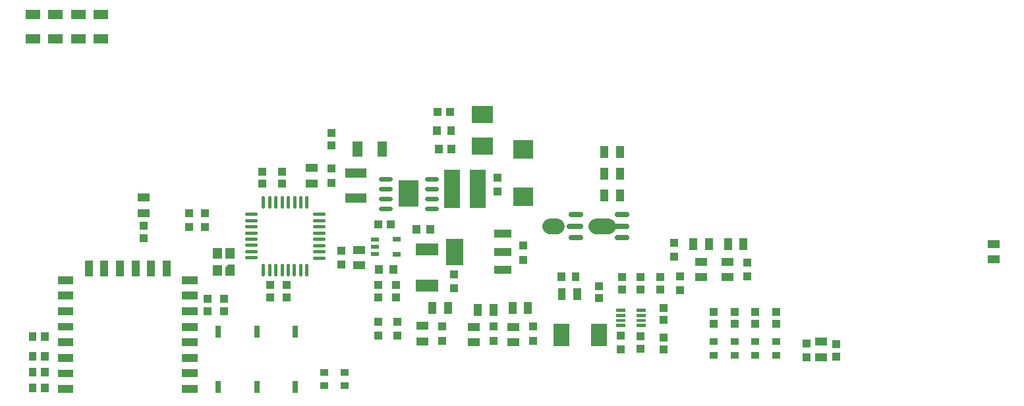
<source format=gtp>
G04 Layer: TopPasteMaskLayer*
G04 EasyEDA v6.4.20.6, 2021-08-20T18:50:31+10:00*
G04 da2b955f28294749bdafdb94d24a6b32,8629367194b24dd88a5c18b2f13758b0,10*
G04 Gerber Generator version 0.2*
G04 Scale: 100 percent, Rotated: No, Reflected: No *
G04 Dimensions in millimeters *
G04 leading zeros omitted , absolute positions ,4 integer and 5 decimal *
%FSLAX45Y45*%
%MOMM*%

%ADD17C,0.7000*%
%ADD18C,0.6000*%
%ADD19C,2.0000*%
%ADD20C,0.4500*%
%ADD22R,2.5600X3.4501*%
%ADD23R,1.0000X1.1000*%
%ADD24R,1.1000X1.0000*%
%ADD25R,1.0000X0.8999*%
%ADD26R,2.7000X1.2000*%
%ADD28R,1.0000X1.5500*%
%ADD29R,1.5500X1.0000*%
%ADD30R,3.0000X1.5000*%
%ADD31R,2.2000X3.5000*%
%ADD32R,2.2000X1.1000*%
%ADD33R,1.9000X1.2000*%
%ADD34R,2.5000X2.4257*%
%ADD35R,2.0000X5.0000*%
%ADD36R,1.1500X1.4000*%
%ADD37R,0.8000X1.6000*%
%ADD38R,1.0000X0.6000*%
%ADD39R,2.7200X2.2900*%
%ADD40R,2.0000X1.0000*%
%ADD41R,1.0000X2.0000*%
%ADD43R,2.0000X3.0000*%

%LPD*%
D18*
X-7432822Y-4890515D02*
G01*
X-7552822Y-4890515D01*
X-7432822Y-4763515D02*
G01*
X-7552822Y-4763515D01*
X-7432822Y-4636515D02*
G01*
X-7552822Y-4636515D01*
X-7432822Y-4509515D02*
G01*
X-7552822Y-4509515D01*
X-8027182Y-4890515D02*
G01*
X-8147182Y-4890515D01*
X-8027182Y-4763515D02*
G01*
X-8147182Y-4763515D01*
X-8027182Y-4636515D02*
G01*
X-8147182Y-4636515D01*
X-8027182Y-4509515D02*
G01*
X-8147182Y-4509515D01*
D19*
X-5886658Y-5118100D02*
G01*
X-5966658Y-5118100D01*
D17*
X-5581601Y-5118100D02*
G01*
X-5721601Y-5118100D01*
X-5581695Y-4967986D02*
G01*
X-5701695Y-4967986D01*
X-5581695Y-5268213D02*
G01*
X-5701695Y-5268213D01*
D20*
X-9657689Y-4746950D02*
G01*
X-9657689Y-4866949D01*
X-9577679Y-4746950D02*
G01*
X-9577679Y-4866949D01*
X-9497669Y-4746950D02*
G01*
X-9497669Y-4866949D01*
X-9417659Y-4746950D02*
G01*
X-9417659Y-4866949D01*
X-9337903Y-4746950D02*
G01*
X-9337903Y-4866949D01*
X-9257893Y-4746950D02*
G01*
X-9257893Y-4866949D01*
X-9177883Y-4746950D02*
G01*
X-9177883Y-4866949D01*
X-9097873Y-4746950D02*
G01*
X-9097873Y-4866949D01*
X-9001409Y-4964429D02*
G01*
X-8881409Y-4964429D01*
X-9001409Y-5044439D02*
G01*
X-8881409Y-5044439D01*
X-9001409Y-5124450D02*
G01*
X-8881409Y-5124450D01*
X-9001409Y-5204460D02*
G01*
X-8881409Y-5204460D01*
X-9001409Y-5284215D02*
G01*
X-8881409Y-5284215D01*
X-9001409Y-5364226D02*
G01*
X-8881409Y-5364226D01*
X-9001409Y-5444236D02*
G01*
X-8881409Y-5444236D01*
X-9001409Y-5524245D02*
G01*
X-8881409Y-5524245D01*
X-9098889Y-5623250D02*
G01*
X-9098889Y-5743249D01*
X-9178899Y-5623250D02*
G01*
X-9178899Y-5743249D01*
X-9258909Y-5623250D02*
G01*
X-9258909Y-5743249D01*
X-9338919Y-5623250D02*
G01*
X-9338919Y-5743249D01*
X-9418675Y-5623250D02*
G01*
X-9418675Y-5743249D01*
X-9498685Y-5623250D02*
G01*
X-9498685Y-5743249D01*
X-9578695Y-5623250D02*
G01*
X-9578695Y-5743249D01*
X-9658705Y-5623250D02*
G01*
X-9658705Y-5743249D01*
X-9875169Y-5523229D02*
G01*
X-9755169Y-5523229D01*
X-9875169Y-5443220D02*
G01*
X-9755169Y-5443220D01*
X-9875169Y-5363210D02*
G01*
X-9755169Y-5363210D01*
X-9875169Y-5283200D02*
G01*
X-9755169Y-5283200D01*
X-9875169Y-5203444D02*
G01*
X-9755169Y-5203444D01*
X-9875169Y-5123434D02*
G01*
X-9755169Y-5123434D01*
X-9875169Y-5043423D02*
G01*
X-9755169Y-5043423D01*
X-9875169Y-4963413D02*
G01*
X-9755169Y-4963413D01*
D19*
X-5224556Y-5118100D02*
G01*
X-5374556Y-5118100D01*
D17*
X-4989527Y-5118100D02*
G01*
X-5129527Y-5118100D01*
X-4989621Y-4967986D02*
G01*
X-5109621Y-4967986D01*
X-4989621Y-5268213D02*
G01*
X-5109621Y-5268213D01*
D22*
G01*
X-7790002Y-4700015D03*
G36*
X-8217197Y-5621898D02*
G01*
X-8117197Y-5621898D01*
X-8117197Y-5731901D01*
X-8217197Y-5731901D01*
G37*
G36*
X-8037187Y-5621898D02*
G01*
X-7937187Y-5621898D01*
X-7937187Y-5731901D01*
X-8037187Y-5731901D01*
G37*
D24*
G01*
X-9568789Y-6036310D03*
G01*
X-9568789Y-5876315D03*
G01*
X-9352889Y-6036310D03*
G01*
X-9352889Y-5876315D03*
D25*
G01*
X-8877300Y-7001611D03*
G01*
X-8877300Y-7171613D03*
G01*
X-8610600Y-7001611D03*
G01*
X-8610600Y-7171613D03*
D26*
G01*
X-8463889Y-4437405D03*
G01*
X-8463889Y-4757420D03*
G36*
X-8506091Y-4032498D02*
G01*
X-8386091Y-4032498D01*
X-8386091Y-4222501D01*
X-8506091Y-4222501D01*
G37*
G36*
X-8186077Y-4032498D02*
G01*
X-8066077Y-4032498D01*
X-8066077Y-4222501D01*
X-8186077Y-4222501D01*
G37*
D28*
G01*
X-4131589Y-5346700D03*
G01*
X-3931589Y-5346700D03*
G01*
X-3687089Y-5346700D03*
G01*
X-3487089Y-5346700D03*
D29*
G01*
X-4031589Y-5776899D03*
G01*
X-4031589Y-5576900D03*
G01*
X-3688689Y-5576900D03*
G01*
X-3688689Y-5776899D03*
D24*
G01*
X-4374489Y-5332907D03*
G01*
X-4374489Y-5512917D03*
G01*
X-3434689Y-5586907D03*
G01*
X-3434689Y-5766917D03*
G01*
X-3066389Y-6379210D03*
G01*
X-3066389Y-6219215D03*
D25*
G01*
X-3066389Y-6607911D03*
G01*
X-3066389Y-6777913D03*
D28*
G01*
X-6455689Y-6172200D03*
G01*
X-6255689Y-6172200D03*
G01*
X-6900189Y-6197600D03*
G01*
X-6700189Y-6197600D03*
D29*
G01*
X-6444589Y-6415100D03*
G01*
X-6444589Y-6615099D03*
G01*
X-6952589Y-6415100D03*
G01*
X-6952589Y-6615099D03*
D24*
G01*
X-6190589Y-6412407D03*
G01*
X-6190589Y-6592417D03*
G01*
X-6698589Y-6412407D03*
G01*
X-6698589Y-6592417D03*
D28*
G01*
X-7484389Y-6172200D03*
G01*
X-7284389Y-6172200D03*
D29*
G01*
X-7612989Y-6402400D03*
G01*
X-7612989Y-6602399D03*
D24*
G01*
X-7358989Y-6412407D03*
G01*
X-7358989Y-6592417D03*
D30*
G01*
X-7549489Y-5882004D03*
G01*
X-7549489Y-5421020D03*
D24*
G01*
X-7206589Y-5919292D03*
G01*
X-7206589Y-5739282D03*
G01*
X-6317589Y-5371007D03*
G01*
X-6317589Y-5551017D03*
D31*
G01*
X-7198969Y-5448300D03*
D32*
G01*
X-6579209Y-5218303D03*
G01*
X-6579209Y-5448300D03*
G01*
X-6579209Y-5678296D03*
D24*
G01*
X-5339689Y-6049010D03*
G01*
X-5339689Y-5889015D03*
D29*
G01*
X-272389Y-5348300D03*
G01*
X-272389Y-5548299D03*
D33*
G01*
X-12616789Y-2392705D03*
G01*
X-12616789Y-2712720D03*
G01*
X-12324689Y-2392705D03*
G01*
X-12324689Y-2712720D03*
G01*
X-12032589Y-2392705D03*
G01*
X-12032589Y-2712720D03*
G01*
X-11740489Y-2392705D03*
G01*
X-11740489Y-2712720D03*
G36*
X-7290884Y-4072498D02*
G01*
X-7190884Y-4072498D01*
X-7190884Y-4182501D01*
X-7290884Y-4182501D01*
G37*
G36*
X-7450884Y-4072498D02*
G01*
X-7350884Y-4072498D01*
X-7350884Y-4182501D01*
X-7450884Y-4182501D01*
G37*
D24*
G01*
X-9670313Y-4575810D03*
G01*
X-9670313Y-4415815D03*
G01*
X-4514189Y-6549389D03*
G01*
X-4514189Y-6709384D03*
G01*
X-11194389Y-5274310D03*
G01*
X-11194389Y-5114315D03*
D23*
G01*
X-7413523Y-3644900D03*
G01*
X-7253528Y-3644900D03*
D34*
G01*
X-6317589Y-4135120D03*
G01*
X-6317589Y-4739639D03*
G36*
X-7473589Y-3831198D02*
G01*
X-7373589Y-3831198D01*
X-7373589Y-3941201D01*
X-7473589Y-3941201D01*
G37*
G36*
X-7293579Y-3831198D02*
G01*
X-7193579Y-3831198D01*
X-7193579Y-3941201D01*
X-7293579Y-3941201D01*
G37*
D24*
G01*
X-8781389Y-4080510D03*
G01*
X-8781389Y-3920515D03*
D35*
G01*
X-6901891Y-4635500D03*
G01*
X-7231887Y-4635500D03*
D24*
G01*
X-8178800Y-6528892D03*
G01*
X-8178800Y-6348882D03*
G01*
X-10406989Y-4951907D03*
G01*
X-10406989Y-5131917D03*
G01*
X-10610189Y-4951907D03*
G01*
X-10610189Y-5131917D03*
G36*
X-7740289Y-5101198D02*
G01*
X-7640289Y-5101198D01*
X-7640289Y-5211201D01*
X-7740289Y-5211201D01*
G37*
G36*
X-7560279Y-5101198D02*
G01*
X-7460279Y-5101198D01*
X-7460279Y-5211201D01*
X-7560279Y-5211201D01*
G37*
G01*
X-7937500Y-6348907D03*
G01*
X-7937500Y-6528917D03*
G36*
X-5873389Y-5710798D02*
G01*
X-5773389Y-5710798D01*
X-5773389Y-5820801D01*
X-5873389Y-5820801D01*
G37*
G36*
X-5693379Y-5710798D02*
G01*
X-5593379Y-5710798D01*
X-5593379Y-5820801D01*
X-5693379Y-5820801D01*
G37*
G01*
X-6647789Y-4674692D03*
G01*
X-6647789Y-4494682D03*
G01*
X-8654389Y-5614492D03*
G01*
X-8654389Y-5434482D03*
D29*
G01*
X-8425789Y-5424500D03*
G01*
X-8425789Y-5624499D03*
D36*
G01*
X-10245699Y-5465292D03*
G36*
X-10143190Y-5755317D02*
G01*
X-10143200Y-5651510D01*
X-10105301Y-5615310D01*
X-10028189Y-5615317D01*
X-10028189Y-5755317D01*
G37*
G01*
X-10245699Y-5685307D03*
G01*
X-10085679Y-5465292D03*
G36*
X-5870691Y-5916899D02*
G01*
X-5770692Y-5916899D01*
X-5770692Y-6071900D01*
X-5870691Y-6071900D01*
G37*
G36*
X-5670692Y-5916899D02*
G01*
X-5570692Y-5916899D01*
X-5570692Y-6071900D01*
X-5670692Y-6071900D01*
G37*
D37*
G01*
X-9245600Y-6477000D03*
G01*
X-9245600Y-7188200D03*
G01*
X-9740900Y-6477000D03*
G01*
X-9740900Y-7188200D03*
G01*
X-10236200Y-6477000D03*
G01*
X-10236200Y-7188200D03*
D38*
G01*
X-8222894Y-5289804D03*
G01*
X-8222894Y-5384800D03*
G01*
X-8222894Y-5479795D03*
G36*
X-7992892Y-5449801D02*
G01*
X-7892892Y-5449801D01*
X-7892892Y-5509801D01*
X-7992892Y-5509801D01*
G37*
G36*
X-7992892Y-5259798D02*
G01*
X-7892892Y-5259798D01*
X-7892892Y-5319798D01*
X-7992892Y-5319798D01*
G37*
D24*
G01*
X-5060289Y-6526707D03*
G01*
X-5060289Y-6706717D03*
G01*
X-4298365Y-5764707D03*
G01*
X-4298365Y-5944717D03*
G01*
X-9416389Y-4415789D03*
G01*
X-9416389Y-4575784D03*
G01*
X-10160000Y-6054089D03*
G01*
X-10160000Y-6214084D03*
G01*
X-10375900Y-6054089D03*
G01*
X-10375900Y-6214084D03*
G36*
X-12510584Y-6942698D02*
G01*
X-12410584Y-6942698D01*
X-12410584Y-7052701D01*
X-12510584Y-7052701D01*
G37*
G36*
X-12670584Y-6942698D02*
G01*
X-12570584Y-6942698D01*
X-12570584Y-7052701D01*
X-12670584Y-7052701D01*
G37*
G36*
X-12510584Y-7145898D02*
G01*
X-12410584Y-7145898D01*
X-12410584Y-7255901D01*
X-12510584Y-7255901D01*
G37*
G36*
X-12670584Y-7145898D02*
G01*
X-12570584Y-7145898D01*
X-12570584Y-7255901D01*
X-12670584Y-7255901D01*
G37*
G01*
X-4806365Y-5934710D03*
G01*
X-4806365Y-5774715D03*
G01*
X-4552365Y-5774689D03*
G01*
X-4552365Y-5934684D03*
G01*
X-4806289Y-6696710D03*
G01*
X-4806289Y-6536715D03*
G01*
X-5047665Y-5934710D03*
G01*
X-5047665Y-5774715D03*
G36*
X-12510584Y-6739498D02*
G01*
X-12410584Y-6739498D01*
X-12410584Y-6849501D01*
X-12510584Y-6849501D01*
G37*
G36*
X-12670584Y-6739498D02*
G01*
X-12570584Y-6739498D01*
X-12570584Y-6849501D01*
X-12670584Y-6849501D01*
G37*
G01*
X-4514189Y-6168389D03*
G01*
X-4514189Y-6328384D03*
G36*
X-12510584Y-6485498D02*
G01*
X-12410584Y-6485498D01*
X-12410584Y-6595501D01*
X-12510584Y-6595501D01*
G37*
G36*
X-12670584Y-6485498D02*
G01*
X-12570584Y-6485498D01*
X-12570584Y-6595501D01*
X-12670584Y-6595501D01*
G37*
G01*
X-8178800Y-5876289D03*
G01*
X-8178800Y-6036284D03*
G01*
X-7950200Y-5876289D03*
G01*
X-7950200Y-6036284D03*
D23*
G01*
X-8175599Y-5092700D03*
G01*
X-8015604Y-5092700D03*
D24*
G01*
X-3866489Y-6379210D03*
G01*
X-3866489Y-6219215D03*
G01*
X-3599789Y-6379210D03*
G01*
X-3599789Y-6219215D03*
G01*
X-3333089Y-6379210D03*
G01*
X-3333089Y-6219215D03*
D39*
G01*
X-6838289Y-4088714D03*
G01*
X-6838289Y-3683711D03*
D25*
G01*
X-3866489Y-6607911D03*
G01*
X-3866489Y-6777913D03*
G01*
X-3599789Y-6607911D03*
G01*
X-3599789Y-6777913D03*
G01*
X-3333089Y-6607911D03*
G01*
X-3333089Y-6777913D03*
G36*
X-5124592Y-4646899D02*
G01*
X-5024592Y-4646899D01*
X-5024592Y-4801900D01*
X-5124592Y-4801900D01*
G37*
G36*
X-5324591Y-4646899D02*
G01*
X-5224592Y-4646899D01*
X-5224592Y-4801900D01*
X-5324591Y-4801900D01*
G37*
G36*
X-12297666Y-7163963D02*
G01*
X-12097666Y-7163963D01*
X-12097666Y-7263963D01*
X-12297666Y-7263963D01*
G37*
G36*
X-12297641Y-6963963D02*
G01*
X-12097641Y-6963963D01*
X-12097641Y-7063963D01*
X-12297641Y-7063963D01*
G37*
G36*
X-12297666Y-6763964D02*
G01*
X-12097666Y-6763964D01*
X-12097666Y-6863963D01*
X-12297666Y-6863963D01*
G37*
G36*
X-12297590Y-6563964D02*
G01*
X-12097590Y-6563964D01*
X-12097590Y-6663964D01*
X-12297590Y-6663964D01*
G37*
G36*
X-12297666Y-6363964D02*
G01*
X-12097666Y-6363964D01*
X-12097666Y-6463964D01*
X-12297666Y-6463964D01*
G37*
G36*
X-12297742Y-6163962D02*
G01*
X-12097743Y-6163962D01*
X-12097743Y-6263962D01*
X-12297742Y-6263962D01*
G37*
G36*
X-12297615Y-5963963D02*
G01*
X-12097616Y-5963963D01*
X-12097616Y-6063962D01*
X-12297615Y-6063962D01*
G37*
G36*
X-12297463Y-5763963D02*
G01*
X-12097463Y-5763963D01*
X-12097463Y-5863963D01*
X-12297463Y-5863963D01*
G37*
D41*
G01*
X-11897283Y-5663869D03*
G01*
X-11697284Y-5663945D03*
G01*
X-11497360Y-5663945D03*
G01*
X-11297285Y-5663945D03*
G01*
X-11097412Y-5663996D03*
G01*
X-10897615Y-5663844D03*
D40*
G01*
X-10597514Y-5813958D03*
G01*
X-10597438Y-6013957D03*
G01*
X-10597438Y-6213957D03*
G01*
X-10597438Y-6413957D03*
G01*
X-10597438Y-6613956D03*
G01*
X-10597438Y-6813956D03*
G01*
X-10597438Y-7013955D03*
G01*
X-10597438Y-7213955D03*
G36*
X-5125356Y-6182197D02*
G01*
X-5003358Y-6182197D01*
X-5003358Y-6222197D01*
X-5125356Y-6222197D01*
G37*
G36*
X-5125356Y-6246205D02*
G01*
X-5003358Y-6246205D01*
X-5003358Y-6286205D01*
X-5125356Y-6286205D01*
G37*
G36*
X-5125356Y-6312194D02*
G01*
X-5003358Y-6312194D01*
X-5003358Y-6352194D01*
X-5125356Y-6352194D01*
G37*
G36*
X-5125356Y-6376202D02*
G01*
X-5003358Y-6376202D01*
X-5003358Y-6416202D01*
X-5125356Y-6416202D01*
G37*
G36*
X-4863355Y-6376202D02*
G01*
X-4741357Y-6376202D01*
X-4741357Y-6416202D01*
X-4863355Y-6416202D01*
G37*
G36*
X-4863355Y-6312194D02*
G01*
X-4741357Y-6312194D01*
X-4741357Y-6352194D01*
X-4863355Y-6352194D01*
G37*
G36*
X-4863355Y-6246205D02*
G01*
X-4741357Y-6246205D01*
X-4741357Y-6286205D01*
X-4863355Y-6286205D01*
G37*
G36*
X-4863355Y-6182197D02*
G01*
X-4741357Y-6182197D01*
X-4741357Y-6222197D01*
X-4863355Y-6222197D01*
G37*
G36*
X-5124599Y-4367499D02*
G01*
X-5024600Y-4367499D01*
X-5024600Y-4522500D01*
X-5124599Y-4522500D01*
G37*
G36*
X-5324599Y-4367499D02*
G01*
X-5224599Y-4367499D01*
X-5224599Y-4522500D01*
X-5324599Y-4522500D01*
G37*
D28*
G01*
X-5274589Y-4165600D03*
G01*
X-5074589Y-4165600D03*
D29*
G01*
X-11194389Y-4951399D03*
G01*
X-11194389Y-4751400D03*
D24*
G01*
X-2672689Y-6808292D03*
G01*
X-2672689Y-6628282D03*
G01*
X-8781389Y-4560392D03*
G01*
X-8781389Y-4380382D03*
D29*
G01*
X-9035389Y-4370400D03*
G01*
X-9035389Y-4570399D03*
G01*
X-2489200Y-6605600D03*
G01*
X-2489200Y-6805599D03*
D43*
G01*
X-5339689Y-6515100D03*
G01*
X-5822289Y-6515100D03*
D24*
G01*
X-2298700Y-6798310D03*
G01*
X-2298700Y-6638315D03*
M02*

</source>
